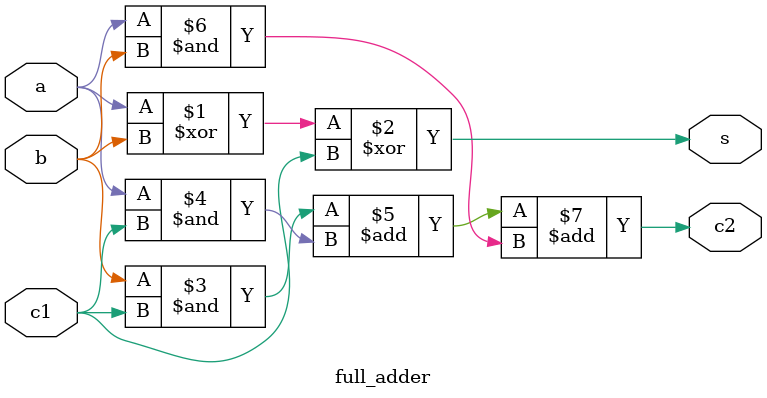
<source format=v>
module full_adder(a, b, s, c1, c2);

    input a, b, c1;
    output s, c2;

    assign s = a ^ b ^ c1;
    assign c2 = (b & c1) + (a & c1) + (a & b);

endmodule
</source>
